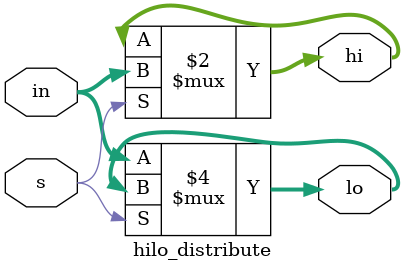
<source format=v>
`timescale 1ns / 1ps


module hilo_distribute(
    input  wire [31:0] in,
	input  wire  s,
	output wire [31:0] hi, lo
    );

	// 表达式为否结果置0通过了测试，现改为hi,lo
	assign hi = (s == 1'b1) ? in : hi;
	assign lo = (s == 1'b0) ? in : lo; 

endmodule

</source>
